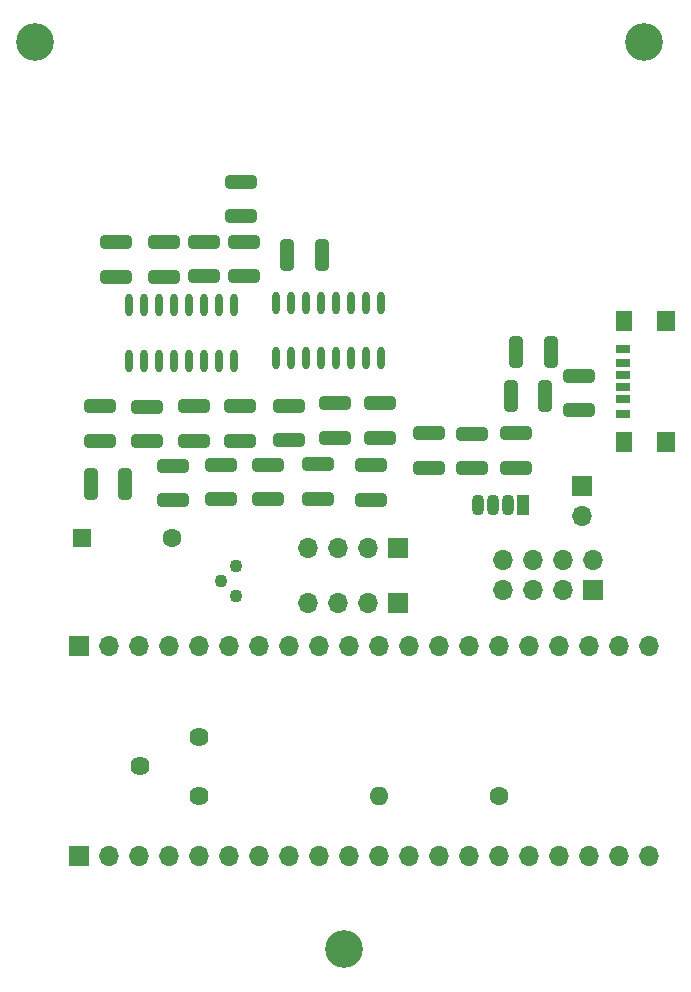
<source format=gbr>
%TF.GenerationSoftware,KiCad,Pcbnew,7.0.7*%
%TF.CreationDate,2024-05-19T18:37:37+02:00*%
%TF.ProjectId,Smart-mobility,536d6172-742d-46d6-9f62-696c6974792e,rev?*%
%TF.SameCoordinates,Original*%
%TF.FileFunction,Soldermask,Bot*%
%TF.FilePolarity,Negative*%
%FSLAX46Y46*%
G04 Gerber Fmt 4.6, Leading zero omitted, Abs format (unit mm)*
G04 Created by KiCad (PCBNEW 7.0.7) date 2024-05-19 18:37:37*
%MOMM*%
%LPD*%
G01*
G04 APERTURE LIST*
G04 Aperture macros list*
%AMRoundRect*
0 Rectangle with rounded corners*
0 $1 Rounding radius*
0 $2 $3 $4 $5 $6 $7 $8 $9 X,Y pos of 4 corners*
0 Add a 4 corners polygon primitive as box body*
4,1,4,$2,$3,$4,$5,$6,$7,$8,$9,$2,$3,0*
0 Add four circle primitives for the rounded corners*
1,1,$1+$1,$2,$3*
1,1,$1+$1,$4,$5*
1,1,$1+$1,$6,$7*
1,1,$1+$1,$8,$9*
0 Add four rect primitives between the rounded corners*
20,1,$1+$1,$2,$3,$4,$5,0*
20,1,$1+$1,$4,$5,$6,$7,0*
20,1,$1+$1,$6,$7,$8,$9,0*
20,1,$1+$1,$8,$9,$2,$3,0*%
G04 Aperture macros list end*
%ADD10C,3.200000*%
%ADD11R,1.070000X1.800000*%
%ADD12O,1.070000X1.800000*%
%ADD13R,1.600000X1.600000*%
%ADD14C,1.600000*%
%ADD15R,1.700000X1.700000*%
%ADD16O,1.700000X1.700000*%
%ADD17R,1.200000X0.700000*%
%ADD18R,1.200000X0.760000*%
%ADD19R,1.200000X0.800000*%
%ADD20R,1.500000X1.800000*%
%ADD21R,1.350000X1.800000*%
%ADD22RoundRect,0.250000X1.075000X-0.312500X1.075000X0.312500X-1.075000X0.312500X-1.075000X-0.312500X0*%
%ADD23RoundRect,0.250000X-0.312500X-1.075000X0.312500X-1.075000X0.312500X1.075000X-0.312500X1.075000X0*%
%ADD24O,0.599999X1.899999*%
%ADD25RoundRect,0.250000X-1.075000X0.312500X-1.075000X-0.312500X1.075000X-0.312500X1.075000X0.312500X0*%
%ADD26C,1.620000*%
%ADD27O,1.600000X1.600000*%
%ADD28C,1.100000*%
G04 APERTURE END LIST*
D10*
%TO.C,REF\u002A\u002A*%
X77900000Y-110800000D03*
%TD*%
%TO.C,MH2*%
X51800000Y-34000000D03*
%TD*%
D11*
%TO.C,D26*%
X93045000Y-73175000D03*
D12*
X91775000Y-73175000D03*
X90505000Y-73175000D03*
X89235000Y-73175000D03*
%TD*%
D10*
%TO.C,MH3*%
X103300000Y-34000000D03*
%TD*%
D13*
%TO.C,BZ1*%
X55750000Y-76000000D03*
D14*
X63350000Y-76000000D03*
%TD*%
D15*
%TO.C,J2*%
X82500000Y-81475000D03*
D16*
X79960000Y-81475000D03*
X77420000Y-81475000D03*
X74880000Y-81475000D03*
%TD*%
D17*
%TO.C,J1*%
X101567500Y-62200000D03*
D18*
X101567500Y-64220000D03*
D19*
X101567500Y-65450000D03*
D17*
X101567500Y-63200000D03*
D18*
X101567500Y-61180000D03*
D19*
X101567500Y-59950000D03*
D20*
X105202500Y-57575000D03*
D21*
X101622500Y-57575000D03*
D20*
X105202500Y-67825000D03*
D21*
X101622500Y-67825000D03*
%TD*%
D22*
%TO.C,R8*%
X61250000Y-67775000D03*
X61250000Y-64850000D03*
%TD*%
D23*
%TO.C,R13*%
X73112500Y-52000000D03*
X76037500Y-52000000D03*
%TD*%
D24*
%TO.C,U2*%
X81045000Y-60750000D03*
X79775000Y-60750000D03*
X78505000Y-60750000D03*
X77235000Y-60750000D03*
X75965000Y-60750000D03*
X74695000Y-60750000D03*
X73425000Y-60750000D03*
X72155000Y-60750000D03*
X72155000Y-56050000D03*
X73425000Y-56050000D03*
X74695000Y-56050000D03*
X75965000Y-56050000D03*
X77235000Y-56050000D03*
X78505000Y-56050000D03*
X79775000Y-56050000D03*
X81045000Y-56050000D03*
%TD*%
D25*
%TO.C,R26*%
X97850000Y-62212500D03*
X97850000Y-65137500D03*
%TD*%
D15*
%TO.C,J6*%
X82475000Y-76800000D03*
D16*
X79935000Y-76800000D03*
X77395000Y-76800000D03*
X74855000Y-76800000D03*
%TD*%
D15*
%TO.C,SW1*%
X98975000Y-80350000D03*
D16*
X98975000Y-77810000D03*
X96435000Y-80350000D03*
X96435000Y-77810000D03*
X93895000Y-80350000D03*
X93895000Y-77810000D03*
X91355000Y-80350000D03*
X91355000Y-77810000D03*
%TD*%
D23*
%TO.C,R16*%
X56487500Y-71350000D03*
X59412500Y-71350000D03*
%TD*%
D25*
%TO.C,R3*%
X66100000Y-50862500D03*
X66100000Y-53787500D03*
%TD*%
D22*
%TO.C,R11*%
X75750000Y-72637500D03*
X75750000Y-69712500D03*
%TD*%
D25*
%TO.C,R22*%
X85100000Y-67075000D03*
X85100000Y-70000000D03*
%TD*%
D22*
%TO.C,R9*%
X57275000Y-67737500D03*
X57275000Y-64812500D03*
%TD*%
D26*
%TO.C,R20*%
X65680000Y-97790000D03*
X60680000Y-95290000D03*
X65680000Y-92790000D03*
%TD*%
D25*
%TO.C,R2*%
X69250000Y-45787500D03*
X69250000Y-48712500D03*
%TD*%
%TO.C,R1*%
X69450000Y-50862500D03*
X69450000Y-53787500D03*
%TD*%
D23*
%TO.C,R27*%
X92517500Y-60250000D03*
X95442500Y-60250000D03*
%TD*%
D22*
%TO.C,R18*%
X81000000Y-67487500D03*
X81000000Y-64562500D03*
%TD*%
D15*
%TO.C,J4*%
X55520000Y-85090000D03*
D16*
X58060000Y-85090000D03*
X60600000Y-85090000D03*
X63140000Y-85090000D03*
X65680000Y-85090000D03*
X68220000Y-85090000D03*
X70760000Y-85090000D03*
X73300000Y-85090000D03*
X75840000Y-85090000D03*
X78380000Y-85090000D03*
X80920000Y-85090000D03*
X83460000Y-85090000D03*
X86000000Y-85090000D03*
X88540000Y-85090000D03*
X91080000Y-85090000D03*
X93620000Y-85090000D03*
X96160000Y-85090000D03*
X98700000Y-85090000D03*
X101240000Y-85090000D03*
X103780000Y-85090000D03*
%TD*%
D25*
%TO.C,R24*%
X92525000Y-67080000D03*
X92525000Y-70005000D03*
%TD*%
D22*
%TO.C,R7*%
X65250000Y-67737500D03*
X65250000Y-64812500D03*
%TD*%
%TO.C,R19*%
X73250000Y-67687500D03*
X73250000Y-64762500D03*
%TD*%
D25*
%TO.C,R4*%
X58625000Y-50912500D03*
X58625000Y-53837500D03*
%TD*%
D15*
%TO.C,J3*%
X98100000Y-71600000D03*
D16*
X98100000Y-74140000D03*
%TD*%
D22*
%TO.C,R15*%
X63450000Y-72762500D03*
X63450000Y-69837500D03*
%TD*%
D23*
%TO.C,R25*%
X92037500Y-63900000D03*
X94962500Y-63900000D03*
%TD*%
D25*
%TO.C,R23*%
X88800000Y-67137500D03*
X88800000Y-70062500D03*
%TD*%
D22*
%TO.C,R12*%
X77150000Y-67487500D03*
X77150000Y-64562500D03*
%TD*%
D25*
%TO.C,R5*%
X62650000Y-50912500D03*
X62650000Y-53837500D03*
%TD*%
D22*
%TO.C,R14*%
X69150000Y-67737500D03*
X69150000Y-64812500D03*
%TD*%
D14*
%TO.C,R21*%
X91080000Y-97815000D03*
D27*
X80920000Y-97815000D03*
%TD*%
D24*
%TO.C,U1*%
X68580000Y-60960000D03*
X67310000Y-60960000D03*
X66040000Y-60960000D03*
X64770000Y-60960000D03*
X63500000Y-60960000D03*
X62230000Y-60960000D03*
X60960000Y-60960000D03*
X59690000Y-60960000D03*
X59690000Y-56260000D03*
X60960000Y-56260000D03*
X62230000Y-56260000D03*
X63500000Y-56260000D03*
X64770000Y-56260000D03*
X66040000Y-56260000D03*
X67310000Y-56260000D03*
X68580000Y-56260000D03*
%TD*%
D28*
%TO.C,Q1*%
X67555000Y-79575000D03*
X68825000Y-78305000D03*
X68825000Y-80845000D03*
%TD*%
D22*
%TO.C,R6*%
X67550000Y-72687500D03*
X67550000Y-69762500D03*
%TD*%
%TO.C,R10*%
X71475000Y-72687500D03*
X71475000Y-69762500D03*
%TD*%
%TO.C,R17*%
X80250000Y-72712500D03*
X80250000Y-69787500D03*
%TD*%
D15*
%TO.C,J5*%
X55520000Y-102895000D03*
D16*
X58060000Y-102895000D03*
X60600000Y-102895000D03*
X63140000Y-102895000D03*
X65680000Y-102895000D03*
X68220000Y-102895000D03*
X70760000Y-102895000D03*
X73300000Y-102895000D03*
X75840000Y-102895000D03*
X78380000Y-102895000D03*
X80920000Y-102895000D03*
X83460000Y-102895000D03*
X86000000Y-102895000D03*
X88540000Y-102895000D03*
X91080000Y-102895000D03*
X93620000Y-102895000D03*
X96160000Y-102895000D03*
X98700000Y-102895000D03*
X101240000Y-102895000D03*
X103780000Y-102895000D03*
%TD*%
M02*

</source>
